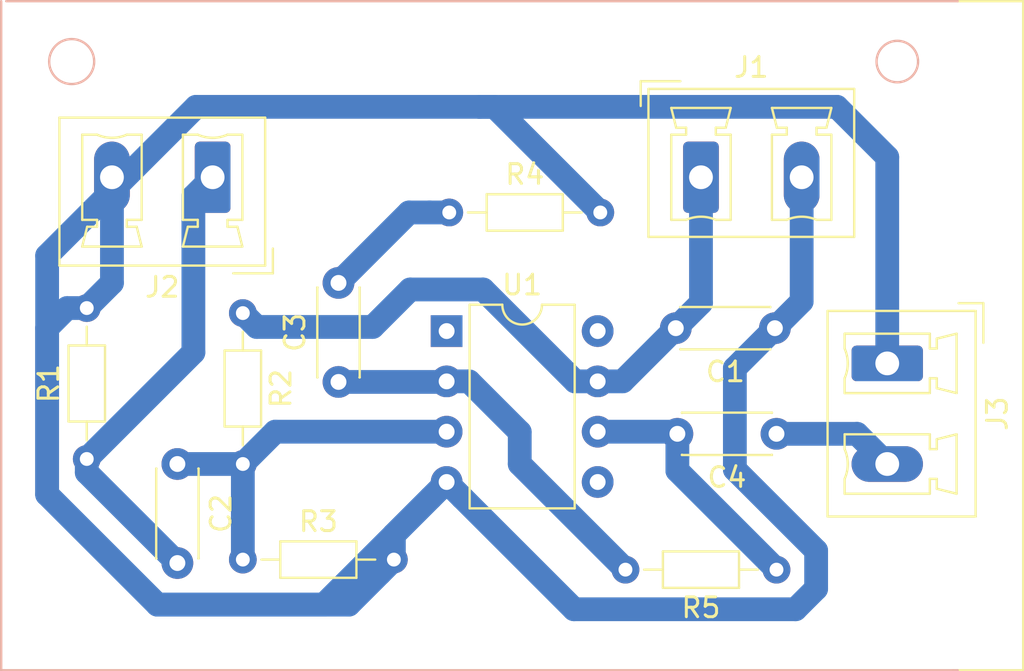
<source format=kicad_pcb>
(kicad_pcb (version 20171130) (host pcbnew 5.1.4-e60b266~84~ubuntu16.04.1)

  (general
    (thickness 1.6)
    (drawings 8)
    (tracks 68)
    (zones 0)
    (modules 13)
    (nets 9)
  )

  (page A4)
  (layers
    (0 F.Cu signal)
    (31 B.Cu signal)
    (32 B.Adhes user)
    (33 F.Adhes user)
    (34 B.Paste user)
    (35 F.Paste user)
    (36 B.SilkS user)
    (37 F.SilkS user)
    (38 B.Mask user)
    (39 F.Mask user)
    (40 Dwgs.User user)
    (41 Cmts.User user)
    (42 Eco1.User user)
    (43 Eco2.User user)
    (44 Edge.Cuts user)
    (45 Margin user)
    (46 B.CrtYd user)
    (47 F.CrtYd user)
    (48 B.Fab user)
    (49 F.Fab user)
  )

  (setup
    (last_trace_width 1.2)
    (trace_clearance 0.7)
    (zone_clearance 0.508)
    (zone_45_only no)
    (trace_min 0.2)
    (via_size 1.5)
    (via_drill 0.6)
    (via_min_size 0.4)
    (via_min_drill 0.3)
    (uvia_size 0.3)
    (uvia_drill 0.1)
    (uvias_allowed no)
    (uvia_min_size 0.2)
    (uvia_min_drill 0.1)
    (edge_width 0.05)
    (segment_width 0.2)
    (pcb_text_width 0.3)
    (pcb_text_size 1.5 1.5)
    (mod_edge_width 0.12)
    (mod_text_size 1 1)
    (mod_text_width 0.15)
    (pad_size 1.524 1.524)
    (pad_drill 0.762)
    (pad_to_mask_clearance 0.051)
    (solder_mask_min_width 0.25)
    (aux_axis_origin 80.264 29.718)
    (visible_elements FFFFFF7F)
    (pcbplotparams
      (layerselection 0x010fc_ffffffff)
      (usegerberextensions false)
      (usegerberattributes false)
      (usegerberadvancedattributes false)
      (creategerberjobfile false)
      (excludeedgelayer true)
      (linewidth 0.500000)
      (plotframeref false)
      (viasonmask false)
      (mode 1)
      (useauxorigin false)
      (hpglpennumber 1)
      (hpglpenspeed 20)
      (hpglpendiameter 15.000000)
      (psnegative false)
      (psa4output false)
      (plotreference true)
      (plotvalue true)
      (plotinvisibletext false)
      (padsonsilk false)
      (subtractmaskfromsilk false)
      (outputformat 1)
      (mirror false)
      (drillshape 1)
      (scaleselection 1)
      (outputdirectory ""))
  )

  (net 0 "")
  (net 1 "Net-(C1-Pad2)")
  (net 2 GND)
  (net 3 "Net-(C2-Pad2)")
  (net 4 "Net-(C2-Pad1)")
  (net 5 "Net-(C3-Pad2)")
  (net 6 "Net-(C3-Pad1)")
  (net 7 "Net-(C4-Pad2)")
  (net 8 "Net-(C4-Pad1)")

  (net_class Default "This is the default net class."
    (clearance 0.7)
    (trace_width 1.2)
    (via_dia 1.5)
    (via_drill 0.6)
    (uvia_dia 0.3)
    (uvia_drill 0.1)
    (add_net GND)
    (add_net "Net-(C1-Pad2)")
    (add_net "Net-(C2-Pad1)")
    (add_net "Net-(C2-Pad2)")
    (add_net "Net-(C3-Pad1)")
    (add_net "Net-(C3-Pad2)")
    (add_net "Net-(C4-Pad1)")
    (add_net "Net-(C4-Pad2)")
  )

  (module Connector_Phoenix_MC_HighVoltage:PhoenixContact_MCV_1,5_2-G-5.08_1x02_P5.08mm_Vertical (layer F.Cu) (tedit 5B784ED3) (tstamp 5DCF80DD)
    (at 123.698 46.482 270)
    (descr "Generic Phoenix Contact connector footprint for: MCV_1,5/2-G-5.08; number of pins: 02; pin pitch: 5.08mm; Vertical || order number: 1836299 8A 320V")
    (tags "phoenix_contact connector MCV_01x02_G_5.08mm")
    (path /5DCE1ACF)
    (fp_text reference J3 (at 2.54 -5.55 90) (layer F.SilkS)
      (effects (font (size 1 1) (thickness 0.15)))
    )
    (fp_text value OUT (at 2.54 4.1 90) (layer F.Fab)
      (effects (font (size 1 1) (thickness 0.15)))
    )
    (fp_text user %R (at 2.54 -3.65 90) (layer F.Fab)
      (effects (font (size 1 1) (thickness 0.15)))
    )
    (fp_line (start -3.04 -4.85) (end -1.04 -4.85) (layer F.Fab) (width 0.1))
    (fp_line (start -3.04 -3.6) (end -3.04 -4.85) (layer F.Fab) (width 0.1))
    (fp_line (start -3.04 -4.85) (end -1.04 -4.85) (layer F.SilkS) (width 0.12))
    (fp_line (start -3.04 -3.6) (end -3.04 -4.85) (layer F.SilkS) (width 0.12))
    (fp_line (start 8.12 -4.85) (end -3.04 -4.85) (layer F.CrtYd) (width 0.05))
    (fp_line (start 8.12 3.4) (end 8.12 -4.85) (layer F.CrtYd) (width 0.05))
    (fp_line (start -3.04 3.4) (end 8.12 3.4) (layer F.CrtYd) (width 0.05))
    (fp_line (start -3.04 -4.85) (end -3.04 3.4) (layer F.CrtYd) (width 0.05))
    (fp_line (start 6.58 2.15) (end 5.83 2.15) (layer F.SilkS) (width 0.12))
    (fp_line (start 6.58 -2.15) (end 6.58 2.15) (layer F.SilkS) (width 0.12))
    (fp_line (start 5.83 -2.15) (end 6.58 -2.15) (layer F.SilkS) (width 0.12))
    (fp_line (start 5.83 -2.5) (end 5.83 -2.15) (layer F.SilkS) (width 0.12))
    (fp_line (start 6.33 -2.5) (end 5.83 -2.5) (layer F.SilkS) (width 0.12))
    (fp_line (start 6.58 -3.5) (end 6.33 -2.5) (layer F.SilkS) (width 0.12))
    (fp_line (start 3.58 -3.5) (end 6.58 -3.5) (layer F.SilkS) (width 0.12))
    (fp_line (start 3.83 -2.5) (end 3.58 -3.5) (layer F.SilkS) (width 0.12))
    (fp_line (start 4.33 -2.5) (end 3.83 -2.5) (layer F.SilkS) (width 0.12))
    (fp_line (start 4.33 -2.15) (end 4.33 -2.5) (layer F.SilkS) (width 0.12))
    (fp_line (start 3.58 -2.15) (end 4.33 -2.15) (layer F.SilkS) (width 0.12))
    (fp_line (start 3.58 2.15) (end 3.58 -2.15) (layer F.SilkS) (width 0.12))
    (fp_line (start 4.33 2.15) (end 3.58 2.15) (layer F.SilkS) (width 0.12))
    (fp_line (start 1.5 2.15) (end 0.75 2.15) (layer F.SilkS) (width 0.12))
    (fp_line (start 1.5 -2.15) (end 1.5 2.15) (layer F.SilkS) (width 0.12))
    (fp_line (start 0.75 -2.15) (end 1.5 -2.15) (layer F.SilkS) (width 0.12))
    (fp_line (start 0.75 -2.5) (end 0.75 -2.15) (layer F.SilkS) (width 0.12))
    (fp_line (start 1.25 -2.5) (end 0.75 -2.5) (layer F.SilkS) (width 0.12))
    (fp_line (start 1.5 -3.5) (end 1.25 -2.5) (layer F.SilkS) (width 0.12))
    (fp_line (start -1.5 -3.5) (end 1.5 -3.5) (layer F.SilkS) (width 0.12))
    (fp_line (start -1.25 -2.5) (end -1.5 -3.5) (layer F.SilkS) (width 0.12))
    (fp_line (start -0.75 -2.5) (end -1.25 -2.5) (layer F.SilkS) (width 0.12))
    (fp_line (start -0.75 -2.15) (end -0.75 -2.5) (layer F.SilkS) (width 0.12))
    (fp_line (start -1.5 -2.15) (end -0.75 -2.15) (layer F.SilkS) (width 0.12))
    (fp_line (start -1.5 2.15) (end -1.5 -2.15) (layer F.SilkS) (width 0.12))
    (fp_line (start -0.75 2.15) (end -1.5 2.15) (layer F.SilkS) (width 0.12))
    (fp_line (start 7.62 -4.35) (end -2.54 -4.35) (layer F.Fab) (width 0.1))
    (fp_line (start 7.62 2.9) (end 7.62 -4.35) (layer F.Fab) (width 0.1))
    (fp_line (start -2.54 2.9) (end 7.62 2.9) (layer F.Fab) (width 0.1))
    (fp_line (start -2.54 -4.35) (end -2.54 2.9) (layer F.Fab) (width 0.1))
    (fp_line (start 7.73 -4.46) (end -2.65 -4.46) (layer F.SilkS) (width 0.12))
    (fp_line (start 7.73 3.01) (end 7.73 -4.46) (layer F.SilkS) (width 0.12))
    (fp_line (start -2.65 3.01) (end 7.73 3.01) (layer F.SilkS) (width 0.12))
    (fp_line (start -2.65 -4.46) (end -2.65 3.01) (layer F.SilkS) (width 0.12))
    (fp_arc (start 5.08 3.85) (end 4.33 2.15) (angle 47.6) (layer F.SilkS) (width 0.12))
    (fp_arc (start 0 3.85) (end -0.75 2.15) (angle 47.6) (layer F.SilkS) (width 0.12))
    (pad 2 thru_hole oval (at 5.08 0 270) (size 1.8 3.6) (drill 1.2) (layers *.Cu *.Mask)
      (net 8 "Net-(C4-Pad1)"))
    (pad 1 thru_hole roundrect (at 0 0 270) (size 1.8 3.6) (drill 1.2) (layers *.Cu *.Mask) (roundrect_rratio 0.138889)
      (net 2 GND))
    (model ${KISYS3DMOD}/Connector_Phoenix_MC_HighVoltage.3dshapes/PhoenixContact_MCV_1,5_2-G-5.08_1x02_P5.08mm_Vertical.wrl
      (at (xyz 0 0 0))
      (scale (xyz 1 1 1))
      (rotate (xyz 0 0 0))
    )
  )

  (module Connector_Phoenix_MC_HighVoltage:PhoenixContact_MCV_1,5_2-G-5.08_1x02_P5.08mm_Vertical (layer F.Cu) (tedit 5B784ED3) (tstamp 5DCF80C7)
    (at 89.662 37.084 180)
    (descr "Generic Phoenix Contact connector footprint for: MCV_1,5/2-G-5.08; number of pins: 02; pin pitch: 5.08mm; Vertical || order number: 1836299 8A 320V")
    (tags "phoenix_contact connector MCV_01x02_G_5.08mm")
    (path /5DCE1257)
    (fp_text reference J2 (at 2.54 -5.55) (layer F.SilkS)
      (effects (font (size 1 1) (thickness 0.15)))
    )
    (fp_text value "Audio In" (at 2.54 4.1) (layer F.Fab)
      (effects (font (size 1 1) (thickness 0.15)))
    )
    (fp_text user %R (at 2.54 -3.65) (layer F.Fab)
      (effects (font (size 1 1) (thickness 0.15)))
    )
    (fp_line (start -3.04 -4.85) (end -1.04 -4.85) (layer F.Fab) (width 0.1))
    (fp_line (start -3.04 -3.6) (end -3.04 -4.85) (layer F.Fab) (width 0.1))
    (fp_line (start -3.04 -4.85) (end -1.04 -4.85) (layer F.SilkS) (width 0.12))
    (fp_line (start -3.04 -3.6) (end -3.04 -4.85) (layer F.SilkS) (width 0.12))
    (fp_line (start 8.12 -4.85) (end -3.04 -4.85) (layer F.CrtYd) (width 0.05))
    (fp_line (start 8.12 3.4) (end 8.12 -4.85) (layer F.CrtYd) (width 0.05))
    (fp_line (start -3.04 3.4) (end 8.12 3.4) (layer F.CrtYd) (width 0.05))
    (fp_line (start -3.04 -4.85) (end -3.04 3.4) (layer F.CrtYd) (width 0.05))
    (fp_line (start 6.58 2.15) (end 5.83 2.15) (layer F.SilkS) (width 0.12))
    (fp_line (start 6.58 -2.15) (end 6.58 2.15) (layer F.SilkS) (width 0.12))
    (fp_line (start 5.83 -2.15) (end 6.58 -2.15) (layer F.SilkS) (width 0.12))
    (fp_line (start 5.83 -2.5) (end 5.83 -2.15) (layer F.SilkS) (width 0.12))
    (fp_line (start 6.33 -2.5) (end 5.83 -2.5) (layer F.SilkS) (width 0.12))
    (fp_line (start 6.58 -3.5) (end 6.33 -2.5) (layer F.SilkS) (width 0.12))
    (fp_line (start 3.58 -3.5) (end 6.58 -3.5) (layer F.SilkS) (width 0.12))
    (fp_line (start 3.83 -2.5) (end 3.58 -3.5) (layer F.SilkS) (width 0.12))
    (fp_line (start 4.33 -2.5) (end 3.83 -2.5) (layer F.SilkS) (width 0.12))
    (fp_line (start 4.33 -2.15) (end 4.33 -2.5) (layer F.SilkS) (width 0.12))
    (fp_line (start 3.58 -2.15) (end 4.33 -2.15) (layer F.SilkS) (width 0.12))
    (fp_line (start 3.58 2.15) (end 3.58 -2.15) (layer F.SilkS) (width 0.12))
    (fp_line (start 4.33 2.15) (end 3.58 2.15) (layer F.SilkS) (width 0.12))
    (fp_line (start 1.5 2.15) (end 0.75 2.15) (layer F.SilkS) (width 0.12))
    (fp_line (start 1.5 -2.15) (end 1.5 2.15) (layer F.SilkS) (width 0.12))
    (fp_line (start 0.75 -2.15) (end 1.5 -2.15) (layer F.SilkS) (width 0.12))
    (fp_line (start 0.75 -2.5) (end 0.75 -2.15) (layer F.SilkS) (width 0.12))
    (fp_line (start 1.25 -2.5) (end 0.75 -2.5) (layer F.SilkS) (width 0.12))
    (fp_line (start 1.5 -3.5) (end 1.25 -2.5) (layer F.SilkS) (width 0.12))
    (fp_line (start -1.5 -3.5) (end 1.5 -3.5) (layer F.SilkS) (width 0.12))
    (fp_line (start -1.25 -2.5) (end -1.5 -3.5) (layer F.SilkS) (width 0.12))
    (fp_line (start -0.75 -2.5) (end -1.25 -2.5) (layer F.SilkS) (width 0.12))
    (fp_line (start -0.75 -2.15) (end -0.75 -2.5) (layer F.SilkS) (width 0.12))
    (fp_line (start -1.5 -2.15) (end -0.75 -2.15) (layer F.SilkS) (width 0.12))
    (fp_line (start -1.5 2.15) (end -1.5 -2.15) (layer F.SilkS) (width 0.12))
    (fp_line (start -0.75 2.15) (end -1.5 2.15) (layer F.SilkS) (width 0.12))
    (fp_line (start 7.62 -4.35) (end -2.54 -4.35) (layer F.Fab) (width 0.1))
    (fp_line (start 7.62 2.9) (end 7.62 -4.35) (layer F.Fab) (width 0.1))
    (fp_line (start -2.54 2.9) (end 7.62 2.9) (layer F.Fab) (width 0.1))
    (fp_line (start -2.54 -4.35) (end -2.54 2.9) (layer F.Fab) (width 0.1))
    (fp_line (start 7.73 -4.46) (end -2.65 -4.46) (layer F.SilkS) (width 0.12))
    (fp_line (start 7.73 3.01) (end 7.73 -4.46) (layer F.SilkS) (width 0.12))
    (fp_line (start -2.65 3.01) (end 7.73 3.01) (layer F.SilkS) (width 0.12))
    (fp_line (start -2.65 -4.46) (end -2.65 3.01) (layer F.SilkS) (width 0.12))
    (fp_arc (start 5.08 3.85) (end 4.33 2.15) (angle 47.6) (layer F.SilkS) (width 0.12))
    (fp_arc (start 0 3.85) (end -0.75 2.15) (angle 47.6) (layer F.SilkS) (width 0.12))
    (pad 2 thru_hole oval (at 5.08 0 180) (size 1.8 3.6) (drill 1.2) (layers *.Cu *.Mask)
      (net 2 GND))
    (pad 1 thru_hole roundrect (at 0 0 180) (size 1.8 3.6) (drill 1.2) (layers *.Cu *.Mask) (roundrect_rratio 0.138889)
      (net 3 "Net-(C2-Pad2)"))
    (model ${KISYS3DMOD}/Connector_Phoenix_MC_HighVoltage.3dshapes/PhoenixContact_MCV_1,5_2-G-5.08_1x02_P5.08mm_Vertical.wrl
      (at (xyz 0 0 0))
      (scale (xyz 1 1 1))
      (rotate (xyz 0 0 0))
    )
  )

  (module Connector_Phoenix_MC_HighVoltage:PhoenixContact_MCV_1,5_2-G-5.08_1x02_P5.08mm_Vertical (layer F.Cu) (tedit 5B784ED3) (tstamp 5DCF80B1)
    (at 114.3 37.084)
    (descr "Generic Phoenix Contact connector footprint for: MCV_1,5/2-G-5.08; number of pins: 02; pin pitch: 5.08mm; Vertical || order number: 1836299 8A 320V")
    (tags "phoenix_contact connector MCV_01x02_G_5.08mm")
    (path /5DCE09FC)
    (fp_text reference J1 (at 2.54 -5.55) (layer F.SilkS)
      (effects (font (size 1 1) (thickness 0.15)))
    )
    (fp_text value PWR (at 2.54 4.1) (layer F.Fab)
      (effects (font (size 1 1) (thickness 0.15)))
    )
    (fp_text user %R (at 2.54 -3.65) (layer F.Fab)
      (effects (font (size 1 1) (thickness 0.15)))
    )
    (fp_line (start -3.04 -4.85) (end -1.04 -4.85) (layer F.Fab) (width 0.1))
    (fp_line (start -3.04 -3.6) (end -3.04 -4.85) (layer F.Fab) (width 0.1))
    (fp_line (start -3.04 -4.85) (end -1.04 -4.85) (layer F.SilkS) (width 0.12))
    (fp_line (start -3.04 -3.6) (end -3.04 -4.85) (layer F.SilkS) (width 0.12))
    (fp_line (start 8.12 -4.85) (end -3.04 -4.85) (layer F.CrtYd) (width 0.05))
    (fp_line (start 8.12 3.4) (end 8.12 -4.85) (layer F.CrtYd) (width 0.05))
    (fp_line (start -3.04 3.4) (end 8.12 3.4) (layer F.CrtYd) (width 0.05))
    (fp_line (start -3.04 -4.85) (end -3.04 3.4) (layer F.CrtYd) (width 0.05))
    (fp_line (start 6.58 2.15) (end 5.83 2.15) (layer F.SilkS) (width 0.12))
    (fp_line (start 6.58 -2.15) (end 6.58 2.15) (layer F.SilkS) (width 0.12))
    (fp_line (start 5.83 -2.15) (end 6.58 -2.15) (layer F.SilkS) (width 0.12))
    (fp_line (start 5.83 -2.5) (end 5.83 -2.15) (layer F.SilkS) (width 0.12))
    (fp_line (start 6.33 -2.5) (end 5.83 -2.5) (layer F.SilkS) (width 0.12))
    (fp_line (start 6.58 -3.5) (end 6.33 -2.5) (layer F.SilkS) (width 0.12))
    (fp_line (start 3.58 -3.5) (end 6.58 -3.5) (layer F.SilkS) (width 0.12))
    (fp_line (start 3.83 -2.5) (end 3.58 -3.5) (layer F.SilkS) (width 0.12))
    (fp_line (start 4.33 -2.5) (end 3.83 -2.5) (layer F.SilkS) (width 0.12))
    (fp_line (start 4.33 -2.15) (end 4.33 -2.5) (layer F.SilkS) (width 0.12))
    (fp_line (start 3.58 -2.15) (end 4.33 -2.15) (layer F.SilkS) (width 0.12))
    (fp_line (start 3.58 2.15) (end 3.58 -2.15) (layer F.SilkS) (width 0.12))
    (fp_line (start 4.33 2.15) (end 3.58 2.15) (layer F.SilkS) (width 0.12))
    (fp_line (start 1.5 2.15) (end 0.75 2.15) (layer F.SilkS) (width 0.12))
    (fp_line (start 1.5 -2.15) (end 1.5 2.15) (layer F.SilkS) (width 0.12))
    (fp_line (start 0.75 -2.15) (end 1.5 -2.15) (layer F.SilkS) (width 0.12))
    (fp_line (start 0.75 -2.5) (end 0.75 -2.15) (layer F.SilkS) (width 0.12))
    (fp_line (start 1.25 -2.5) (end 0.75 -2.5) (layer F.SilkS) (width 0.12))
    (fp_line (start 1.5 -3.5) (end 1.25 -2.5) (layer F.SilkS) (width 0.12))
    (fp_line (start -1.5 -3.5) (end 1.5 -3.5) (layer F.SilkS) (width 0.12))
    (fp_line (start -1.25 -2.5) (end -1.5 -3.5) (layer F.SilkS) (width 0.12))
    (fp_line (start -0.75 -2.5) (end -1.25 -2.5) (layer F.SilkS) (width 0.12))
    (fp_line (start -0.75 -2.15) (end -0.75 -2.5) (layer F.SilkS) (width 0.12))
    (fp_line (start -1.5 -2.15) (end -0.75 -2.15) (layer F.SilkS) (width 0.12))
    (fp_line (start -1.5 2.15) (end -1.5 -2.15) (layer F.SilkS) (width 0.12))
    (fp_line (start -0.75 2.15) (end -1.5 2.15) (layer F.SilkS) (width 0.12))
    (fp_line (start 7.62 -4.35) (end -2.54 -4.35) (layer F.Fab) (width 0.1))
    (fp_line (start 7.62 2.9) (end 7.62 -4.35) (layer F.Fab) (width 0.1))
    (fp_line (start -2.54 2.9) (end 7.62 2.9) (layer F.Fab) (width 0.1))
    (fp_line (start -2.54 -4.35) (end -2.54 2.9) (layer F.Fab) (width 0.1))
    (fp_line (start 7.73 -4.46) (end -2.65 -4.46) (layer F.SilkS) (width 0.12))
    (fp_line (start 7.73 3.01) (end 7.73 -4.46) (layer F.SilkS) (width 0.12))
    (fp_line (start -2.65 3.01) (end 7.73 3.01) (layer F.SilkS) (width 0.12))
    (fp_line (start -2.65 -4.46) (end -2.65 3.01) (layer F.SilkS) (width 0.12))
    (fp_arc (start 5.08 3.85) (end 4.33 2.15) (angle 47.6) (layer F.SilkS) (width 0.12))
    (fp_arc (start 0 3.85) (end -0.75 2.15) (angle 47.6) (layer F.SilkS) (width 0.12))
    (pad 2 thru_hole oval (at 5.08 0) (size 1.8 3.6) (drill 1.2) (layers *.Cu *.Mask)
      (net 2 GND))
    (pad 1 thru_hole roundrect (at 0 0) (size 1.8 3.6) (drill 1.2) (layers *.Cu *.Mask) (roundrect_rratio 0.138889)
      (net 1 "Net-(C1-Pad2)"))
    (model ${KISYS3DMOD}/Connector_Phoenix_MC_HighVoltage.3dshapes/PhoenixContact_MCV_1,5_2-G-5.08_1x02_P5.08mm_Vertical.wrl
      (at (xyz 0 0 0))
      (scale (xyz 1 1 1))
      (rotate (xyz 0 0 0))
    )
  )

  (module Package_DIP:DIP-8_W7.62mm (layer F.Cu) (tedit 5A02E8C5) (tstamp 5DCF816C)
    (at 101.468 44.85)
    (descr "8-lead though-hole mounted DIP package, row spacing 7.62 mm (300 mils)")
    (tags "THT DIP DIL PDIP 2.54mm 7.62mm 300mil")
    (path /5DCDAEE1)
    (fp_text reference U1 (at 3.81 -2.33) (layer F.SilkS)
      (effects (font (size 1 1) (thickness 0.15)))
    )
    (fp_text value LM741 (at 3.81 9.95) (layer F.Fab)
      (effects (font (size 1 1) (thickness 0.15)))
    )
    (fp_text user %R (at 3.81 3.81) (layer F.Fab)
      (effects (font (size 1 1) (thickness 0.15)))
    )
    (fp_line (start 8.7 -1.55) (end -1.1 -1.55) (layer F.CrtYd) (width 0.05))
    (fp_line (start 8.7 9.15) (end 8.7 -1.55) (layer F.CrtYd) (width 0.05))
    (fp_line (start -1.1 9.15) (end 8.7 9.15) (layer F.CrtYd) (width 0.05))
    (fp_line (start -1.1 -1.55) (end -1.1 9.15) (layer F.CrtYd) (width 0.05))
    (fp_line (start 6.46 -1.33) (end 4.81 -1.33) (layer F.SilkS) (width 0.12))
    (fp_line (start 6.46 8.95) (end 6.46 -1.33) (layer F.SilkS) (width 0.12))
    (fp_line (start 1.16 8.95) (end 6.46 8.95) (layer F.SilkS) (width 0.12))
    (fp_line (start 1.16 -1.33) (end 1.16 8.95) (layer F.SilkS) (width 0.12))
    (fp_line (start 2.81 -1.33) (end 1.16 -1.33) (layer F.SilkS) (width 0.12))
    (fp_line (start 0.635 -0.27) (end 1.635 -1.27) (layer F.Fab) (width 0.1))
    (fp_line (start 0.635 8.89) (end 0.635 -0.27) (layer F.Fab) (width 0.1))
    (fp_line (start 6.985 8.89) (end 0.635 8.89) (layer F.Fab) (width 0.1))
    (fp_line (start 6.985 -1.27) (end 6.985 8.89) (layer F.Fab) (width 0.1))
    (fp_line (start 1.635 -1.27) (end 6.985 -1.27) (layer F.Fab) (width 0.1))
    (fp_arc (start 3.81 -1.33) (end 2.81 -1.33) (angle -180) (layer F.SilkS) (width 0.12))
    (pad 8 thru_hole oval (at 7.62 0) (size 1.6 1.6) (drill 0.8) (layers *.Cu *.Mask))
    (pad 4 thru_hole oval (at 0 7.62) (size 1.6 1.6) (drill 0.8) (layers *.Cu *.Mask)
      (net 2 GND))
    (pad 7 thru_hole oval (at 7.62 2.54) (size 1.6 1.6) (drill 0.8) (layers *.Cu *.Mask)
      (net 1 "Net-(C1-Pad2)"))
    (pad 3 thru_hole oval (at 0 5.08) (size 1.6 1.6) (drill 0.8) (layers *.Cu *.Mask)
      (net 4 "Net-(C2-Pad1)"))
    (pad 6 thru_hole oval (at 7.62 5.08) (size 1.6 1.6) (drill 0.8) (layers *.Cu *.Mask)
      (net 7 "Net-(C4-Pad2)"))
    (pad 2 thru_hole oval (at 0 2.54) (size 1.6 1.6) (drill 0.8) (layers *.Cu *.Mask)
      (net 6 "Net-(C3-Pad1)"))
    (pad 5 thru_hole oval (at 7.62 7.62) (size 1.6 1.6) (drill 0.8) (layers *.Cu *.Mask))
    (pad 1 thru_hole rect (at 0 0) (size 1.6 1.6) (drill 0.8) (layers *.Cu *.Mask))
    (model ${KISYS3DMOD}/Package_DIP.3dshapes/DIP-8_W7.62mm.wrl
      (at (xyz 0 0 0))
      (scale (xyz 1 1 1))
      (rotate (xyz 0 0 0))
    )
  )

  (module Resistor_THT:R_Axial_DIN0204_L3.6mm_D1.6mm_P7.62mm_Horizontal (layer F.Cu) (tedit 5AE5139B) (tstamp 5DCF8150)
    (at 118.11 56.896 180)
    (descr "Resistor, Axial_DIN0204 series, Axial, Horizontal, pin pitch=7.62mm, 0.167W, length*diameter=3.6*1.6mm^2, http://cdn-reichelt.de/documents/datenblatt/B400/1_4W%23YAG.pdf")
    (tags "Resistor Axial_DIN0204 series Axial Horizontal pin pitch 7.62mm 0.167W length 3.6mm diameter 1.6mm")
    (path /5DCDC979)
    (fp_text reference R5 (at 3.81 -1.92) (layer F.SilkS)
      (effects (font (size 1 1) (thickness 0.15)))
    )
    (fp_text value 1M (at 3.81 1.92) (layer F.Fab)
      (effects (font (size 1 1) (thickness 0.15)))
    )
    (fp_text user %R (at 3.81 0) (layer F.Fab)
      (effects (font (size 0.72 0.72) (thickness 0.108)))
    )
    (fp_line (start 8.57 -1.05) (end -0.95 -1.05) (layer F.CrtYd) (width 0.05))
    (fp_line (start 8.57 1.05) (end 8.57 -1.05) (layer F.CrtYd) (width 0.05))
    (fp_line (start -0.95 1.05) (end 8.57 1.05) (layer F.CrtYd) (width 0.05))
    (fp_line (start -0.95 -1.05) (end -0.95 1.05) (layer F.CrtYd) (width 0.05))
    (fp_line (start 6.68 0) (end 5.73 0) (layer F.SilkS) (width 0.12))
    (fp_line (start 0.94 0) (end 1.89 0) (layer F.SilkS) (width 0.12))
    (fp_line (start 5.73 -0.92) (end 1.89 -0.92) (layer F.SilkS) (width 0.12))
    (fp_line (start 5.73 0.92) (end 5.73 -0.92) (layer F.SilkS) (width 0.12))
    (fp_line (start 1.89 0.92) (end 5.73 0.92) (layer F.SilkS) (width 0.12))
    (fp_line (start 1.89 -0.92) (end 1.89 0.92) (layer F.SilkS) (width 0.12))
    (fp_line (start 7.62 0) (end 5.61 0) (layer F.Fab) (width 0.1))
    (fp_line (start 0 0) (end 2.01 0) (layer F.Fab) (width 0.1))
    (fp_line (start 5.61 -0.8) (end 2.01 -0.8) (layer F.Fab) (width 0.1))
    (fp_line (start 5.61 0.8) (end 5.61 -0.8) (layer F.Fab) (width 0.1))
    (fp_line (start 2.01 0.8) (end 5.61 0.8) (layer F.Fab) (width 0.1))
    (fp_line (start 2.01 -0.8) (end 2.01 0.8) (layer F.Fab) (width 0.1))
    (pad 2 thru_hole oval (at 7.62 0 180) (size 1.4 1.4) (drill 0.7) (layers *.Cu *.Mask)
      (net 6 "Net-(C3-Pad1)"))
    (pad 1 thru_hole circle (at 0 0 180) (size 1.4 1.4) (drill 0.7) (layers *.Cu *.Mask)
      (net 7 "Net-(C4-Pad2)"))
    (model ${KISYS3DMOD}/Resistor_THT.3dshapes/R_Axial_DIN0204_L3.6mm_D1.6mm_P7.62mm_Horizontal.wrl
      (at (xyz 0 0 0))
      (scale (xyz 1 1 1))
      (rotate (xyz 0 0 0))
    )
  )

  (module Resistor_THT:R_Axial_DIN0204_L3.6mm_D1.6mm_P7.62mm_Horizontal (layer F.Cu) (tedit 5AE5139B) (tstamp 5DCF8139)
    (at 101.6 38.862)
    (descr "Resistor, Axial_DIN0204 series, Axial, Horizontal, pin pitch=7.62mm, 0.167W, length*diameter=3.6*1.6mm^2, http://cdn-reichelt.de/documents/datenblatt/B400/1_4W%23YAG.pdf")
    (tags "Resistor Axial_DIN0204 series Axial Horizontal pin pitch 7.62mm 0.167W length 3.6mm diameter 1.6mm")
    (path /5DCDC519)
    (fp_text reference R4 (at 3.81 -1.92) (layer F.SilkS)
      (effects (font (size 1 1) (thickness 0.15)))
    )
    (fp_text value 33k (at 3.81 1.92) (layer F.Fab)
      (effects (font (size 1 1) (thickness 0.15)))
    )
    (fp_text user %R (at 3.81 0) (layer F.Fab)
      (effects (font (size 0.72 0.72) (thickness 0.108)))
    )
    (fp_line (start 8.57 -1.05) (end -0.95 -1.05) (layer F.CrtYd) (width 0.05))
    (fp_line (start 8.57 1.05) (end 8.57 -1.05) (layer F.CrtYd) (width 0.05))
    (fp_line (start -0.95 1.05) (end 8.57 1.05) (layer F.CrtYd) (width 0.05))
    (fp_line (start -0.95 -1.05) (end -0.95 1.05) (layer F.CrtYd) (width 0.05))
    (fp_line (start 6.68 0) (end 5.73 0) (layer F.SilkS) (width 0.12))
    (fp_line (start 0.94 0) (end 1.89 0) (layer F.SilkS) (width 0.12))
    (fp_line (start 5.73 -0.92) (end 1.89 -0.92) (layer F.SilkS) (width 0.12))
    (fp_line (start 5.73 0.92) (end 5.73 -0.92) (layer F.SilkS) (width 0.12))
    (fp_line (start 1.89 0.92) (end 5.73 0.92) (layer F.SilkS) (width 0.12))
    (fp_line (start 1.89 -0.92) (end 1.89 0.92) (layer F.SilkS) (width 0.12))
    (fp_line (start 7.62 0) (end 5.61 0) (layer F.Fab) (width 0.1))
    (fp_line (start 0 0) (end 2.01 0) (layer F.Fab) (width 0.1))
    (fp_line (start 5.61 -0.8) (end 2.01 -0.8) (layer F.Fab) (width 0.1))
    (fp_line (start 5.61 0.8) (end 5.61 -0.8) (layer F.Fab) (width 0.1))
    (fp_line (start 2.01 0.8) (end 5.61 0.8) (layer F.Fab) (width 0.1))
    (fp_line (start 2.01 -0.8) (end 2.01 0.8) (layer F.Fab) (width 0.1))
    (pad 2 thru_hole oval (at 7.62 0) (size 1.4 1.4) (drill 0.7) (layers *.Cu *.Mask)
      (net 2 GND))
    (pad 1 thru_hole circle (at 0 0) (size 1.4 1.4) (drill 0.7) (layers *.Cu *.Mask)
      (net 5 "Net-(C3-Pad2)"))
    (model ${KISYS3DMOD}/Resistor_THT.3dshapes/R_Axial_DIN0204_L3.6mm_D1.6mm_P7.62mm_Horizontal.wrl
      (at (xyz 0 0 0))
      (scale (xyz 1 1 1))
      (rotate (xyz 0 0 0))
    )
  )

  (module Resistor_THT:R_Axial_DIN0204_L3.6mm_D1.6mm_P7.62mm_Horizontal (layer F.Cu) (tedit 5AE5139B) (tstamp 5DCF8122)
    (at 91.186 56.388)
    (descr "Resistor, Axial_DIN0204 series, Axial, Horizontal, pin pitch=7.62mm, 0.167W, length*diameter=3.6*1.6mm^2, http://cdn-reichelt.de/documents/datenblatt/B400/1_4W%23YAG.pdf")
    (tags "Resistor Axial_DIN0204 series Axial Horizontal pin pitch 7.62mm 0.167W length 3.6mm diameter 1.6mm")
    (path /5DCDD53D)
    (fp_text reference R3 (at 3.81 -1.92) (layer F.SilkS)
      (effects (font (size 1 1) (thickness 0.15)))
    )
    (fp_text value 470k (at 3.81 1.92) (layer F.Fab)
      (effects (font (size 1 1) (thickness 0.15)))
    )
    (fp_text user %R (at 3.81 0) (layer F.Fab)
      (effects (font (size 0.72 0.72) (thickness 0.108)))
    )
    (fp_line (start 8.57 -1.05) (end -0.95 -1.05) (layer F.CrtYd) (width 0.05))
    (fp_line (start 8.57 1.05) (end 8.57 -1.05) (layer F.CrtYd) (width 0.05))
    (fp_line (start -0.95 1.05) (end 8.57 1.05) (layer F.CrtYd) (width 0.05))
    (fp_line (start -0.95 -1.05) (end -0.95 1.05) (layer F.CrtYd) (width 0.05))
    (fp_line (start 6.68 0) (end 5.73 0) (layer F.SilkS) (width 0.12))
    (fp_line (start 0.94 0) (end 1.89 0) (layer F.SilkS) (width 0.12))
    (fp_line (start 5.73 -0.92) (end 1.89 -0.92) (layer F.SilkS) (width 0.12))
    (fp_line (start 5.73 0.92) (end 5.73 -0.92) (layer F.SilkS) (width 0.12))
    (fp_line (start 1.89 0.92) (end 5.73 0.92) (layer F.SilkS) (width 0.12))
    (fp_line (start 1.89 -0.92) (end 1.89 0.92) (layer F.SilkS) (width 0.12))
    (fp_line (start 7.62 0) (end 5.61 0) (layer F.Fab) (width 0.1))
    (fp_line (start 0 0) (end 2.01 0) (layer F.Fab) (width 0.1))
    (fp_line (start 5.61 -0.8) (end 2.01 -0.8) (layer F.Fab) (width 0.1))
    (fp_line (start 5.61 0.8) (end 5.61 -0.8) (layer F.Fab) (width 0.1))
    (fp_line (start 2.01 0.8) (end 5.61 0.8) (layer F.Fab) (width 0.1))
    (fp_line (start 2.01 -0.8) (end 2.01 0.8) (layer F.Fab) (width 0.1))
    (pad 2 thru_hole oval (at 7.62 0) (size 1.4 1.4) (drill 0.7) (layers *.Cu *.Mask)
      (net 2 GND))
    (pad 1 thru_hole circle (at 0 0) (size 1.4 1.4) (drill 0.7) (layers *.Cu *.Mask)
      (net 4 "Net-(C2-Pad1)"))
    (model ${KISYS3DMOD}/Resistor_THT.3dshapes/R_Axial_DIN0204_L3.6mm_D1.6mm_P7.62mm_Horizontal.wrl
      (at (xyz 0 0 0))
      (scale (xyz 1 1 1))
      (rotate (xyz 0 0 0))
    )
  )

  (module Resistor_THT:R_Axial_DIN0204_L3.6mm_D1.6mm_P7.62mm_Horizontal (layer F.Cu) (tedit 5AE5139B) (tstamp 5DCF810B)
    (at 91.186 43.942 270)
    (descr "Resistor, Axial_DIN0204 series, Axial, Horizontal, pin pitch=7.62mm, 0.167W, length*diameter=3.6*1.6mm^2, http://cdn-reichelt.de/documents/datenblatt/B400/1_4W%23YAG.pdf")
    (tags "Resistor Axial_DIN0204 series Axial Horizontal pin pitch 7.62mm 0.167W length 3.6mm diameter 1.6mm")
    (path /5DCDD7BB)
    (fp_text reference R2 (at 3.81 -1.92 90) (layer F.SilkS)
      (effects (font (size 1 1) (thickness 0.15)))
    )
    (fp_text value 470k (at 3.81 1.92 90) (layer F.Fab)
      (effects (font (size 1 1) (thickness 0.15)))
    )
    (fp_text user %R (at 3.81 0 90) (layer F.Fab)
      (effects (font (size 0.72 0.72) (thickness 0.108)))
    )
    (fp_line (start 8.57 -1.05) (end -0.95 -1.05) (layer F.CrtYd) (width 0.05))
    (fp_line (start 8.57 1.05) (end 8.57 -1.05) (layer F.CrtYd) (width 0.05))
    (fp_line (start -0.95 1.05) (end 8.57 1.05) (layer F.CrtYd) (width 0.05))
    (fp_line (start -0.95 -1.05) (end -0.95 1.05) (layer F.CrtYd) (width 0.05))
    (fp_line (start 6.68 0) (end 5.73 0) (layer F.SilkS) (width 0.12))
    (fp_line (start 0.94 0) (end 1.89 0) (layer F.SilkS) (width 0.12))
    (fp_line (start 5.73 -0.92) (end 1.89 -0.92) (layer F.SilkS) (width 0.12))
    (fp_line (start 5.73 0.92) (end 5.73 -0.92) (layer F.SilkS) (width 0.12))
    (fp_line (start 1.89 0.92) (end 5.73 0.92) (layer F.SilkS) (width 0.12))
    (fp_line (start 1.89 -0.92) (end 1.89 0.92) (layer F.SilkS) (width 0.12))
    (fp_line (start 7.62 0) (end 5.61 0) (layer F.Fab) (width 0.1))
    (fp_line (start 0 0) (end 2.01 0) (layer F.Fab) (width 0.1))
    (fp_line (start 5.61 -0.8) (end 2.01 -0.8) (layer F.Fab) (width 0.1))
    (fp_line (start 5.61 0.8) (end 5.61 -0.8) (layer F.Fab) (width 0.1))
    (fp_line (start 2.01 0.8) (end 5.61 0.8) (layer F.Fab) (width 0.1))
    (fp_line (start 2.01 -0.8) (end 2.01 0.8) (layer F.Fab) (width 0.1))
    (pad 2 thru_hole oval (at 7.62 0 270) (size 1.4 1.4) (drill 0.7) (layers *.Cu *.Mask)
      (net 4 "Net-(C2-Pad1)"))
    (pad 1 thru_hole circle (at 0 0 270) (size 1.4 1.4) (drill 0.7) (layers *.Cu *.Mask)
      (net 1 "Net-(C1-Pad2)"))
    (model ${KISYS3DMOD}/Resistor_THT.3dshapes/R_Axial_DIN0204_L3.6mm_D1.6mm_P7.62mm_Horizontal.wrl
      (at (xyz 0 0 0))
      (scale (xyz 1 1 1))
      (rotate (xyz 0 0 0))
    )
  )

  (module Resistor_THT:R_Axial_DIN0204_L3.6mm_D1.6mm_P7.62mm_Horizontal (layer F.Cu) (tedit 5AE5139B) (tstamp 5DCF80F4)
    (at 83.312 51.308 90)
    (descr "Resistor, Axial_DIN0204 series, Axial, Horizontal, pin pitch=7.62mm, 0.167W, length*diameter=3.6*1.6mm^2, http://cdn-reichelt.de/documents/datenblatt/B400/1_4W%23YAG.pdf")
    (tags "Resistor Axial_DIN0204 series Axial Horizontal pin pitch 7.62mm 0.167W length 3.6mm diameter 1.6mm")
    (path /5DCDCD58)
    (fp_text reference R1 (at 3.81 -1.92 90) (layer F.SilkS)
      (effects (font (size 1 1) (thickness 0.15)))
    )
    (fp_text value 1M (at 3.81 1.92 90) (layer F.Fab)
      (effects (font (size 1 1) (thickness 0.15)))
    )
    (fp_text user %R (at 3.81 0 90) (layer F.Fab)
      (effects (font (size 0.72 0.72) (thickness 0.108)))
    )
    (fp_line (start 8.57 -1.05) (end -0.95 -1.05) (layer F.CrtYd) (width 0.05))
    (fp_line (start 8.57 1.05) (end 8.57 -1.05) (layer F.CrtYd) (width 0.05))
    (fp_line (start -0.95 1.05) (end 8.57 1.05) (layer F.CrtYd) (width 0.05))
    (fp_line (start -0.95 -1.05) (end -0.95 1.05) (layer F.CrtYd) (width 0.05))
    (fp_line (start 6.68 0) (end 5.73 0) (layer F.SilkS) (width 0.12))
    (fp_line (start 0.94 0) (end 1.89 0) (layer F.SilkS) (width 0.12))
    (fp_line (start 5.73 -0.92) (end 1.89 -0.92) (layer F.SilkS) (width 0.12))
    (fp_line (start 5.73 0.92) (end 5.73 -0.92) (layer F.SilkS) (width 0.12))
    (fp_line (start 1.89 0.92) (end 5.73 0.92) (layer F.SilkS) (width 0.12))
    (fp_line (start 1.89 -0.92) (end 1.89 0.92) (layer F.SilkS) (width 0.12))
    (fp_line (start 7.62 0) (end 5.61 0) (layer F.Fab) (width 0.1))
    (fp_line (start 0 0) (end 2.01 0) (layer F.Fab) (width 0.1))
    (fp_line (start 5.61 -0.8) (end 2.01 -0.8) (layer F.Fab) (width 0.1))
    (fp_line (start 5.61 0.8) (end 5.61 -0.8) (layer F.Fab) (width 0.1))
    (fp_line (start 2.01 0.8) (end 5.61 0.8) (layer F.Fab) (width 0.1))
    (fp_line (start 2.01 -0.8) (end 2.01 0.8) (layer F.Fab) (width 0.1))
    (pad 2 thru_hole oval (at 7.62 0 90) (size 1.4 1.4) (drill 0.7) (layers *.Cu *.Mask)
      (net 2 GND))
    (pad 1 thru_hole circle (at 0 0 90) (size 1.4 1.4) (drill 0.7) (layers *.Cu *.Mask)
      (net 3 "Net-(C2-Pad2)"))
    (model ${KISYS3DMOD}/Resistor_THT.3dshapes/R_Axial_DIN0204_L3.6mm_D1.6mm_P7.62mm_Horizontal.wrl
      (at (xyz 0 0 0))
      (scale (xyz 1 1 1))
      (rotate (xyz 0 0 0))
    )
  )

  (module Capacitor_THT:C_Disc_D4.3mm_W1.9mm_P5.00mm (layer F.Cu) (tedit 5AE50EF0) (tstamp 5DCF809B)
    (at 118.11 50.038 180)
    (descr "C, Disc series, Radial, pin pitch=5.00mm, , diameter*width=4.3*1.9mm^2, Capacitor, http://www.vishay.com/docs/45233/krseries.pdf")
    (tags "C Disc series Radial pin pitch 5.00mm  diameter 4.3mm width 1.9mm Capacitor")
    (path /5DCDB825)
    (fp_text reference C4 (at 2.5 -2.2) (layer F.SilkS)
      (effects (font (size 1 1) (thickness 0.15)))
    )
    (fp_text value "1n8(green)" (at 2.5 2.2) (layer F.Fab)
      (effects (font (size 1 1) (thickness 0.15)))
    )
    (fp_text user %R (at 2.5 0) (layer F.Fab)
      (effects (font (size 0.86 0.86) (thickness 0.129)))
    )
    (fp_line (start 6.05 -1.2) (end -1.05 -1.2) (layer F.CrtYd) (width 0.05))
    (fp_line (start 6.05 1.2) (end 6.05 -1.2) (layer F.CrtYd) (width 0.05))
    (fp_line (start -1.05 1.2) (end 6.05 1.2) (layer F.CrtYd) (width 0.05))
    (fp_line (start -1.05 -1.2) (end -1.05 1.2) (layer F.CrtYd) (width 0.05))
    (fp_line (start 4.77 1.055) (end 4.77 1.07) (layer F.SilkS) (width 0.12))
    (fp_line (start 4.77 -1.07) (end 4.77 -1.055) (layer F.SilkS) (width 0.12))
    (fp_line (start 0.23 1.055) (end 0.23 1.07) (layer F.SilkS) (width 0.12))
    (fp_line (start 0.23 -1.07) (end 0.23 -1.055) (layer F.SilkS) (width 0.12))
    (fp_line (start 0.23 1.07) (end 4.77 1.07) (layer F.SilkS) (width 0.12))
    (fp_line (start 0.23 -1.07) (end 4.77 -1.07) (layer F.SilkS) (width 0.12))
    (fp_line (start 4.65 -0.95) (end 0.35 -0.95) (layer F.Fab) (width 0.1))
    (fp_line (start 4.65 0.95) (end 4.65 -0.95) (layer F.Fab) (width 0.1))
    (fp_line (start 0.35 0.95) (end 4.65 0.95) (layer F.Fab) (width 0.1))
    (fp_line (start 0.35 -0.95) (end 0.35 0.95) (layer F.Fab) (width 0.1))
    (pad 2 thru_hole circle (at 5 0 180) (size 1.6 1.6) (drill 0.8) (layers *.Cu *.Mask)
      (net 7 "Net-(C4-Pad2)"))
    (pad 1 thru_hole circle (at 0 0 180) (size 1.6 1.6) (drill 0.8) (layers *.Cu *.Mask)
      (net 8 "Net-(C4-Pad1)"))
    (model ${KISYS3DMOD}/Capacitor_THT.3dshapes/C_Disc_D4.3mm_W1.9mm_P5.00mm.wrl
      (at (xyz 0 0 0))
      (scale (xyz 1 1 1))
      (rotate (xyz 0 0 0))
    )
  )

  (module Capacitor_THT:C_Disc_D4.3mm_W1.9mm_P5.00mm (layer F.Cu) (tedit 5AE50EF0) (tstamp 5DCF8086)
    (at 96.012 47.418 90)
    (descr "C, Disc series, Radial, pin pitch=5.00mm, , diameter*width=4.3*1.9mm^2, Capacitor, http://www.vishay.com/docs/45233/krseries.pdf")
    (tags "C Disc series Radial pin pitch 5.00mm  diameter 4.3mm width 1.9mm Capacitor")
    (path /5DCDBDD3)
    (fp_text reference C3 (at 2.5 -2.2 90) (layer F.SilkS)
      (effects (font (size 1 1) (thickness 0.15)))
    )
    (fp_text value "103(orange)" (at 2.5 2.2 90) (layer F.Fab)
      (effects (font (size 1 1) (thickness 0.15)))
    )
    (fp_text user %R (at 2.5 0 90) (layer F.Fab)
      (effects (font (size 0.86 0.86) (thickness 0.129)))
    )
    (fp_line (start 6.05 -1.2) (end -1.05 -1.2) (layer F.CrtYd) (width 0.05))
    (fp_line (start 6.05 1.2) (end 6.05 -1.2) (layer F.CrtYd) (width 0.05))
    (fp_line (start -1.05 1.2) (end 6.05 1.2) (layer F.CrtYd) (width 0.05))
    (fp_line (start -1.05 -1.2) (end -1.05 1.2) (layer F.CrtYd) (width 0.05))
    (fp_line (start 4.77 1.055) (end 4.77 1.07) (layer F.SilkS) (width 0.12))
    (fp_line (start 4.77 -1.07) (end 4.77 -1.055) (layer F.SilkS) (width 0.12))
    (fp_line (start 0.23 1.055) (end 0.23 1.07) (layer F.SilkS) (width 0.12))
    (fp_line (start 0.23 -1.07) (end 0.23 -1.055) (layer F.SilkS) (width 0.12))
    (fp_line (start 0.23 1.07) (end 4.77 1.07) (layer F.SilkS) (width 0.12))
    (fp_line (start 0.23 -1.07) (end 4.77 -1.07) (layer F.SilkS) (width 0.12))
    (fp_line (start 4.65 -0.95) (end 0.35 -0.95) (layer F.Fab) (width 0.1))
    (fp_line (start 4.65 0.95) (end 4.65 -0.95) (layer F.Fab) (width 0.1))
    (fp_line (start 0.35 0.95) (end 4.65 0.95) (layer F.Fab) (width 0.1))
    (fp_line (start 0.35 -0.95) (end 0.35 0.95) (layer F.Fab) (width 0.1))
    (pad 2 thru_hole circle (at 5 0 90) (size 1.6 1.6) (drill 0.8) (layers *.Cu *.Mask)
      (net 5 "Net-(C3-Pad2)"))
    (pad 1 thru_hole circle (at 0 0 90) (size 1.6 1.6) (drill 0.8) (layers *.Cu *.Mask)
      (net 6 "Net-(C3-Pad1)"))
    (model ${KISYS3DMOD}/Capacitor_THT.3dshapes/C_Disc_D4.3mm_W1.9mm_P5.00mm.wrl
      (at (xyz 0 0 0))
      (scale (xyz 1 1 1))
      (rotate (xyz 0 0 0))
    )
  )

  (module Capacitor_THT:C_Disc_D4.3mm_W1.9mm_P5.00mm (layer F.Cu) (tedit 5AE50EF0) (tstamp 5DCF8071)
    (at 87.884 51.562 270)
    (descr "C, Disc series, Radial, pin pitch=5.00mm, , diameter*width=4.3*1.9mm^2, Capacitor, http://www.vishay.com/docs/45233/krseries.pdf")
    (tags "C Disc series Radial pin pitch 5.00mm  diameter 4.3mm width 1.9mm Capacitor")
    (path /5DCDC11C)
    (fp_text reference C2 (at 2.5 -2.2 90) (layer F.SilkS)
      (effects (font (size 1 1) (thickness 0.15)))
    )
    (fp_text value "1n0k(green)" (at 2.5 2.2 90) (layer F.Fab)
      (effects (font (size 1 1) (thickness 0.15)))
    )
    (fp_text user %R (at 2.5 0 90) (layer F.Fab)
      (effects (font (size 0.86 0.86) (thickness 0.129)))
    )
    (fp_line (start 6.05 -1.2) (end -1.05 -1.2) (layer F.CrtYd) (width 0.05))
    (fp_line (start 6.05 1.2) (end 6.05 -1.2) (layer F.CrtYd) (width 0.05))
    (fp_line (start -1.05 1.2) (end 6.05 1.2) (layer F.CrtYd) (width 0.05))
    (fp_line (start -1.05 -1.2) (end -1.05 1.2) (layer F.CrtYd) (width 0.05))
    (fp_line (start 4.77 1.055) (end 4.77 1.07) (layer F.SilkS) (width 0.12))
    (fp_line (start 4.77 -1.07) (end 4.77 -1.055) (layer F.SilkS) (width 0.12))
    (fp_line (start 0.23 1.055) (end 0.23 1.07) (layer F.SilkS) (width 0.12))
    (fp_line (start 0.23 -1.07) (end 0.23 -1.055) (layer F.SilkS) (width 0.12))
    (fp_line (start 0.23 1.07) (end 4.77 1.07) (layer F.SilkS) (width 0.12))
    (fp_line (start 0.23 -1.07) (end 4.77 -1.07) (layer F.SilkS) (width 0.12))
    (fp_line (start 4.65 -0.95) (end 0.35 -0.95) (layer F.Fab) (width 0.1))
    (fp_line (start 4.65 0.95) (end 4.65 -0.95) (layer F.Fab) (width 0.1))
    (fp_line (start 0.35 0.95) (end 4.65 0.95) (layer F.Fab) (width 0.1))
    (fp_line (start 0.35 -0.95) (end 0.35 0.95) (layer F.Fab) (width 0.1))
    (pad 2 thru_hole circle (at 5 0 270) (size 1.6 1.6) (drill 0.8) (layers *.Cu *.Mask)
      (net 3 "Net-(C2-Pad2)"))
    (pad 1 thru_hole circle (at 0 0 270) (size 1.6 1.6) (drill 0.8) (layers *.Cu *.Mask)
      (net 4 "Net-(C2-Pad1)"))
    (model ${KISYS3DMOD}/Capacitor_THT.3dshapes/C_Disc_D4.3mm_W1.9mm_P5.00mm.wrl
      (at (xyz 0 0 0))
      (scale (xyz 1 1 1))
      (rotate (xyz 0 0 0))
    )
  )

  (module Capacitor_THT:C_Disc_D4.3mm_W1.9mm_P5.00mm (layer F.Cu) (tedit 5AE50EF0) (tstamp 5DCF805C)
    (at 118.03 44.704 180)
    (descr "C, Disc series, Radial, pin pitch=5.00mm, , diameter*width=4.3*1.9mm^2, Capacitor, http://www.vishay.com/docs/45233/krseries.pdf")
    (tags "C Disc series Radial pin pitch 5.00mm  diameter 4.3mm width 1.9mm Capacitor")
    (path /5DCDB53A)
    (fp_text reference C1 (at 2.5 -2.2) (layer F.SilkS)
      (effects (font (size 1 1) (thickness 0.15)))
    )
    (fp_text value 100nF (at 2.5 2.2) (layer F.Fab)
      (effects (font (size 1 1) (thickness 0.15)))
    )
    (fp_text user %R (at 2.5 0) (layer F.Fab)
      (effects (font (size 0.86 0.86) (thickness 0.129)))
    )
    (fp_line (start 6.05 -1.2) (end -1.05 -1.2) (layer F.CrtYd) (width 0.05))
    (fp_line (start 6.05 1.2) (end 6.05 -1.2) (layer F.CrtYd) (width 0.05))
    (fp_line (start -1.05 1.2) (end 6.05 1.2) (layer F.CrtYd) (width 0.05))
    (fp_line (start -1.05 -1.2) (end -1.05 1.2) (layer F.CrtYd) (width 0.05))
    (fp_line (start 4.77 1.055) (end 4.77 1.07) (layer F.SilkS) (width 0.12))
    (fp_line (start 4.77 -1.07) (end 4.77 -1.055) (layer F.SilkS) (width 0.12))
    (fp_line (start 0.23 1.055) (end 0.23 1.07) (layer F.SilkS) (width 0.12))
    (fp_line (start 0.23 -1.07) (end 0.23 -1.055) (layer F.SilkS) (width 0.12))
    (fp_line (start 0.23 1.07) (end 4.77 1.07) (layer F.SilkS) (width 0.12))
    (fp_line (start 0.23 -1.07) (end 4.77 -1.07) (layer F.SilkS) (width 0.12))
    (fp_line (start 4.65 -0.95) (end 0.35 -0.95) (layer F.Fab) (width 0.1))
    (fp_line (start 4.65 0.95) (end 4.65 -0.95) (layer F.Fab) (width 0.1))
    (fp_line (start 0.35 0.95) (end 4.65 0.95) (layer F.Fab) (width 0.1))
    (fp_line (start 0.35 -0.95) (end 0.35 0.95) (layer F.Fab) (width 0.1))
    (pad 2 thru_hole circle (at 5 0 180) (size 1.6 1.6) (drill 0.8) (layers *.Cu *.Mask)
      (net 1 "Net-(C1-Pad2)"))
    (pad 1 thru_hole circle (at 0 0 180) (size 1.6 1.6) (drill 0.8) (layers *.Cu *.Mask)
      (net 2 GND))
    (model ${KISYS3DMOD}/Capacitor_THT.3dshapes/C_Disc_D4.3mm_W1.9mm_P5.00mm.wrl
      (at (xyz 0 0 0))
      (scale (xyz 1 1 1))
      (rotate (xyz 0 0 0))
    )
  )

  (gr_line (start 130.556 61.976) (end 127 61.976) (layer F.SilkS) (width 0.12))
  (gr_line (start 130.556 28.194) (end 130.556 61.976) (layer F.SilkS) (width 0.12))
  (gr_line (start 127.254 28.194) (end 130.556 28.194) (layer F.SilkS) (width 0.12))
  (gr_circle (center 82.55 31.242) (end 83.566 31.75) (layer B.SilkS) (width 0.12))
  (gr_circle (center 124.206 31.242) (end 125.222 30.988) (layer B.SilkS) (width 0.12))
  (gr_line (start 78.994 61.976) (end 78.994 28.194) (layer B.SilkS) (width 0.12))
  (gr_line (start 127.254 61.976) (end 78.994 61.976) (layer B.SilkS) (width 0.12))
  (gr_line (start 79.248 28.194) (end 127.254 28.194) (layer B.SilkS) (width 0.12))

  (segment (start 110.344 47.39) (end 113.03 44.704) (width 1.2) (layer B.Cu) (net 1))
  (segment (start 109.088 47.39) (end 110.344 47.39) (width 1.2) (layer B.Cu) (net 1))
  (segment (start 103.308001 42.749999) (end 107.948002 47.39) (width 1.2) (layer B.Cu) (net 1))
  (segment (start 99.627999 42.749999) (end 103.308001 42.749999) (width 1.2) (layer B.Cu) (net 1))
  (segment (start 97.735999 44.641999) (end 99.627999 42.749999) (width 1.2) (layer B.Cu) (net 1))
  (segment (start 107.948002 47.39) (end 107.95663 47.39) (width 1.2) (layer B.Cu) (net 1))
  (segment (start 91.885999 44.641999) (end 97.735999 44.641999) (width 1.2) (layer B.Cu) (net 1))
  (segment (start 91.186 43.942) (end 91.885999 44.641999) (width 1.2) (layer B.Cu) (net 1))
  (segment (start 107.95663 47.39) (end 109.088 47.39) (width 1.2) (layer B.Cu) (net 1))
  (segment (start 114.3 43.434) (end 113.03 44.704) (width 1.2) (layer B.Cu) (net 1))
  (segment (start 114.3 38.608) (end 114.3 43.434) (width 1.2) (layer B.Cu) (net 1))
  (segment (start 98.106001 57.087999) (end 98.806 56.388) (width 1.2) (layer B.Cu) (net 2))
  (segment (start 86.875999 58.662001) (end 96.531999 58.662001) (width 1.2) (layer B.Cu) (net 2))
  (segment (start 96.531999 58.662001) (end 98.106001 57.087999) (width 1.2) (layer B.Cu) (net 2))
  (segment (start 81.311999 44.698052) (end 81.311999 53.098001) (width 1.2) (layer B.Cu) (net 2))
  (segment (start 82.322051 43.688) (end 81.311999 44.698052) (width 1.2) (layer B.Cu) (net 2))
  (segment (start 83.312 43.688) (end 82.322051 43.688) (width 1.2) (layer B.Cu) (net 2))
  (segment (start 98.806 55.132) (end 101.468 52.47) (width 1.2) (layer B.Cu) (net 2))
  (segment (start 98.806 56.388) (end 98.806 55.132) (width 1.2) (layer B.Cu) (net 2))
  (segment (start 84.582 42.418) (end 83.312 43.688) (width 1.2) (layer B.Cu) (net 2))
  (segment (start 84.582 37.084) (end 84.582 42.418) (width 1.2) (layer B.Cu) (net 2))
  (segment (start 100.668001 53.269999) (end 101.468 52.47) (width 1.2) (layer B.Cu) (net 2))
  (segment (start 86.875999 58.662001) (end 95.275999 58.662001) (width 1.2) (layer B.Cu) (net 2))
  (segment (start 81.311999 53.098001) (end 86.875999 58.662001) (width 1.2) (layer B.Cu) (net 2))
  (segment (start 81.311999 41.041953) (end 81.311999 53.098001) (width 1.2) (layer B.Cu) (net 2))
  (segment (start 88.825952 33.528) (end 81.311999 41.041953) (width 1.2) (layer B.Cu) (net 2))
  (segment (start 95.275999 58.662001) (end 100.668001 53.269999) (width 1.2) (layer B.Cu) (net 2))
  (segment (start 109.22 38.862) (end 103.886 33.528) (width 1.2) (layer B.Cu) (net 2))
  (segment (start 119.38 43.354) (end 118.03 44.704) (width 1.2) (layer B.Cu) (net 2))
  (segment (start 119.38 38.608) (end 119.38 43.354) (width 1.2) (layer B.Cu) (net 2) (tstamp 5DD00CEF))
  (segment (start 107.894001 58.896001) (end 102.267999 53.269999) (width 1.2) (layer B.Cu) (net 2))
  (segment (start 119.070001 58.896001) (end 107.894001 58.896001) (width 1.2) (layer B.Cu) (net 2))
  (segment (start 120.110001 57.856001) (end 119.070001 58.896001) (width 1.2) (layer B.Cu) (net 2))
  (segment (start 120.110001 55.935999) (end 120.110001 57.856001) (width 1.2) (layer B.Cu) (net 2))
  (segment (start 102.267999 53.269999) (end 101.468 52.47) (width 1.2) (layer B.Cu) (net 2))
  (segment (start 116.009999 46.724001) (end 116.009999 51.835997) (width 1.2) (layer B.Cu) (net 2))
  (segment (start 116.009999 51.835997) (end 120.110001 55.935999) (width 1.2) (layer B.Cu) (net 2))
  (segment (start 118.03 44.704) (end 116.009999 46.724001) (width 1.2) (layer B.Cu) (net 2))
  (segment (start 123.698 46.482) (end 123.698 36.068) (width 1.2) (layer B.Cu) (net 2))
  (segment (start 121.158 33.528) (end 103.124 33.528) (width 1.2) (layer B.Cu) (net 2))
  (segment (start 103.124 33.528) (end 88.825952 33.528) (width 1.2) (layer B.Cu) (net 2))
  (segment (start 123.698 36.068) (end 121.158 33.528) (width 1.2) (layer B.Cu) (net 2))
  (segment (start 103.886 33.528) (end 103.124 33.528) (width 1.2) (layer B.Cu) (net 2))
  (segment (start 83.312 51.99) (end 87.884 56.562) (width 1.2) (layer B.Cu) (net 3))
  (segment (start 83.312 51.308) (end 83.312 51.99) (width 1.2) (layer B.Cu) (net 3))
  (segment (start 88.69129 45.92871) (end 83.312 51.308) (width 1.2) (layer B.Cu) (net 3))
  (segment (start 88.69129 38.05471) (end 88.69129 45.92871) (width 1.2) (layer B.Cu) (net 3))
  (segment (start 89.662 37.084) (end 88.69129 38.05471) (width 1.2) (layer B.Cu) (net 3))
  (segment (start 87.884 51.562) (end 91.186 51.562) (width 1.2) (layer B.Cu) (net 4))
  (segment (start 91.186 51.562) (end 91.186 56.388) (width 1.2) (layer B.Cu) (net 4))
  (segment (start 92.818 49.93) (end 101.468 49.93) (width 1.2) (layer B.Cu) (net 4))
  (segment (start 91.186 51.562) (end 92.818 49.93) (width 1.2) (layer B.Cu) (net 4))
  (segment (start 96.012 42.418) (end 99.568 38.862) (width 1.2) (layer B.Cu) (net 5))
  (segment (start 99.568 38.862) (end 100.610051 38.862) (width 1.2) (layer B.Cu) (net 5))
  (segment (start 100.610051 38.862) (end 101.6 38.862) (width 1.2) (layer B.Cu) (net 5))
  (segment (start 101.44 47.418) (end 101.468 47.39) (width 1.2) (layer B.Cu) (net 6))
  (segment (start 96.012 47.418) (end 101.44 47.418) (width 1.2) (layer B.Cu) (net 6))
  (segment (start 110.49 56.896) (end 105.156 51.562) (width 1.2) (layer B.Cu) (net 6))
  (segment (start 105.156 49.94663) (end 102.59937 47.39) (width 1.2) (layer B.Cu) (net 6))
  (segment (start 102.59937 47.39) (end 101.468 47.39) (width 1.2) (layer B.Cu) (net 6))
  (segment (start 105.156 51.562) (end 105.156 49.94663) (width 1.2) (layer B.Cu) (net 6))
  (segment (start 113.002 49.93) (end 113.11 50.038) (width 1.2) (layer B.Cu) (net 7))
  (segment (start 109.088 49.93) (end 113.002 49.93) (width 1.2) (layer B.Cu) (net 7))
  (segment (start 118.11 56.896) (end 113.11 51.896) (width 1.2) (layer B.Cu) (net 7))
  (segment (start 113.11 51.16937) (end 113.11 50.038) (width 1.2) (layer B.Cu) (net 7))
  (segment (start 113.11 51.896) (end 113.11 51.16937) (width 1.2) (layer B.Cu) (net 7))
  (segment (start 122.174 50.038) (end 123.698 51.562) (width 1.2) (layer B.Cu) (net 8))
  (segment (start 118.11 50.038) (end 122.174 50.038) (width 1.2) (layer B.Cu) (net 8))

)

</source>
